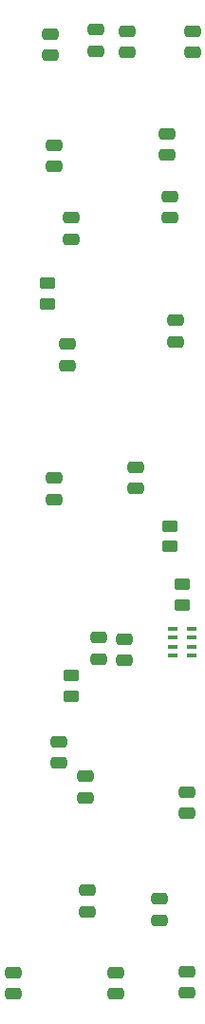
<source format=gbp>
%TF.GenerationSoftware,KiCad,Pcbnew,8.0.7*%
%TF.CreationDate,2025-01-16T09:34:19+02:00*%
%TF.ProjectId,W65C816 Breakout,57363543-3831-4362-9042-7265616b6f75,V1*%
%TF.SameCoordinates,Original*%
%TF.FileFunction,Paste,Bot*%
%TF.FilePolarity,Positive*%
%FSLAX46Y46*%
G04 Gerber Fmt 4.6, Leading zero omitted, Abs format (unit mm)*
G04 Created by KiCad (PCBNEW 8.0.7) date 2025-01-16 09:34:19*
%MOMM*%
%LPD*%
G01*
G04 APERTURE LIST*
G04 Aperture macros list*
%AMRoundRect*
0 Rectangle with rounded corners*
0 $1 Rounding radius*
0 $2 $3 $4 $5 $6 $7 $8 $9 X,Y pos of 4 corners*
0 Add a 4 corners polygon primitive as box body*
4,1,4,$2,$3,$4,$5,$6,$7,$8,$9,$2,$3,0*
0 Add four circle primitives for the rounded corners*
1,1,$1+$1,$2,$3*
1,1,$1+$1,$4,$5*
1,1,$1+$1,$6,$7*
1,1,$1+$1,$8,$9*
0 Add four rect primitives between the rounded corners*
20,1,$1+$1,$2,$3,$4,$5,0*
20,1,$1+$1,$4,$5,$6,$7,0*
20,1,$1+$1,$6,$7,$8,$9,0*
20,1,$1+$1,$8,$9,$2,$3,0*%
G04 Aperture macros list end*
%ADD10RoundRect,0.250000X-0.475000X0.250000X-0.475000X-0.250000X0.475000X-0.250000X0.475000X0.250000X0*%
%ADD11RoundRect,0.250000X0.475000X-0.250000X0.475000X0.250000X-0.475000X0.250000X-0.475000X-0.250000X0*%
%ADD12R,0.900000X0.450000*%
%ADD13RoundRect,0.250000X0.450000X-0.262500X0.450000X0.262500X-0.450000X0.262500X-0.450000X-0.262500X0*%
G04 APERTURE END LIST*
D10*
%TO.C,C15*%
X8128000Y939000D03*
X8128000Y2839000D03*
%TD*%
%TO.C,C18*%
X18796000Y-13539000D03*
X18796000Y-11639000D03*
%TD*%
D11*
%TO.C,C4*%
X8509000Y-36753000D03*
X8509000Y-38653000D03*
%TD*%
D10*
%TO.C,C6*%
X19304000Y-24588000D03*
X19304000Y-22688000D03*
%TD*%
%TO.C,C41*%
X12192000Y1320000D03*
X12192000Y3220000D03*
%TD*%
%TO.C,C2*%
X15748000Y-37669000D03*
X15748000Y-35769000D03*
%TD*%
%TO.C,C3*%
X10033000Y-15444000D03*
X10033000Y-13544000D03*
%TD*%
%TO.C,C19*%
X20320000Y-66625000D03*
X20320000Y-64725000D03*
%TD*%
D11*
%TO.C,C13*%
X20320000Y-80720400D03*
X20320000Y-82620400D03*
%TD*%
D10*
%TO.C,C10*%
X17907000Y-76150000D03*
X17907000Y-74250000D03*
%TD*%
%TO.C,C11*%
X18542000Y-7951000D03*
X18542000Y-6051000D03*
%TD*%
D11*
%TO.C,C8*%
X8890000Y-60248000D03*
X8890000Y-62148000D03*
%TD*%
D10*
%TO.C,C17*%
X11303000Y-65228000D03*
X11303000Y-63328000D03*
%TD*%
%TO.C,C23*%
X20828000Y1193000D03*
X20828000Y3093000D03*
%TD*%
D11*
%TO.C,C16*%
X12446000Y-50977000D03*
X12446000Y-52877000D03*
%TD*%
D10*
%TO.C,C9*%
X11430000Y-75388000D03*
X11430000Y-73488000D03*
%TD*%
D12*
%TO.C,RN4*%
X20763600Y-52578000D03*
X20763600Y-51778000D03*
X20763600Y-50978000D03*
X20763600Y-50178000D03*
X19063600Y-50178000D03*
X19063600Y-50978000D03*
X19063600Y-51778000D03*
X19063600Y-52578000D03*
%TD*%
D13*
%TO.C,R2*%
X19949000Y-46204500D03*
X19949000Y-48029500D03*
%TD*%
D11*
%TO.C,C7*%
X13970000Y-80822000D03*
X13970000Y-82722000D03*
%TD*%
D10*
%TO.C,C14*%
X9652000Y-26686000D03*
X9652000Y-24786000D03*
%TD*%
%TO.C,C42*%
X14986000Y1193000D03*
X14986000Y3093000D03*
%TD*%
D13*
%TO.C,R1*%
X18806000Y-40997500D03*
X18806000Y-42822500D03*
%TD*%
D11*
%TO.C,C1*%
X4826000Y-80822000D03*
X4826000Y-82722000D03*
%TD*%
D10*
%TO.C,C12*%
X8509000Y-8967000D03*
X8509000Y-7067000D03*
%TD*%
D13*
%TO.C,R4*%
X7884000Y-19384000D03*
X7884000Y-21209000D03*
%TD*%
%TO.C,R3*%
X10043000Y-54332500D03*
X10043000Y-56157500D03*
%TD*%
D11*
%TO.C,C5*%
X14732000Y-51104000D03*
X14732000Y-53004000D03*
%TD*%
M02*

</source>
